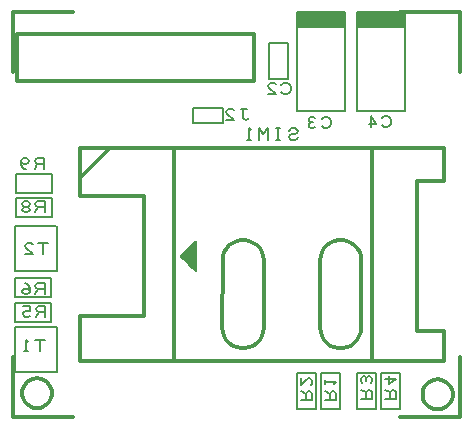
<source format=gbr>
%FSLAX23Y23*%
%MOIN*%
G04 EasyPC Gerber Version 13.0.2 Build 2807 *
%ADD75C,0.00500*%
%ADD74C,0.01200*%
X0Y0D02*
D02*
D74*
X17255Y17540D02*
Y17340D01*
X17455*
X17269Y18617D02*
X18057D01*
Y18459*
X17269*
Y18617*
X17335Y17470D02*
X17323Y17468D01*
X17312Y17464*
X17302Y17457*
X17294Y17448*
X17288Y17437*
X17285Y17426*
Y17414*
X17288Y17402*
X17294Y17391*
X17302Y17382*
X17312Y17375*
X17323Y17371*
X17335Y17370*
X17347Y17371*
X17358Y17375*
X17368Y17382*
X17376Y17391*
X17382Y17402*
X17385Y17414*
Y17426*
X17382Y17437*
X17376Y17448*
X17368Y17457*
X17358Y17464*
X17347Y17468*
X17335Y17470*
X17455Y18690D02*
X17255D01*
Y18490*
X17578Y18237D02*
X17477Y18137D01*
X17790Y17525D02*
Y18237D01*
X18090Y17637D02*
X18089Y17623D01*
X18084Y17609*
X18077Y17597*
X18067Y17586*
X18056Y17578*
X18043Y17572*
X18029Y17569*
X18014Y17569*
X18000Y17572*
X17987Y17578*
X17976Y17586*
X17966Y17597*
X17959Y17609*
X17955Y17623*
X17953Y17637*
X17954Y17862*
X17955Y17876*
X17959Y17890*
X17967Y17902*
X17976Y17913*
X17988Y17921*
X18001Y17927*
X18015Y17930*
X18029Y17930*
X18043Y17927*
X18056Y17921*
X18068Y17913*
X18077Y17902*
X18085Y17890*
X18089Y17876*
X18091Y17862*
X18090Y17637*
X18415D02*
X18414Y17623D01*
X18409Y17609*
X18402Y17597*
X18392Y17586*
X18381Y17578*
X18368Y17572*
X18354Y17569*
X18339Y17569*
X18325Y17572*
X18312Y17578*
X18301Y17586*
X18291Y17597*
X18284Y17609*
X18280Y17623*
X18278Y17637*
X18279Y17862*
X18280Y17876*
X18284Y17890*
X18292Y17902*
X18301Y17913*
X18313Y17921*
X18326Y17927*
X18340Y17930*
X18354Y17930*
X18368Y17927*
X18381Y17921*
X18393Y17913*
X18402Y17902*
X18410Y17890*
X18414Y17876*
X18416Y17862*
X18415Y17637*
X18453Y17525D02*
Y18237D01*
X18545Y17340D02*
X18745D01*
Y17540*
X18670Y17465D02*
X18658Y17463D01*
X18647Y17459*
X18637Y17452*
X18629Y17443*
X18623Y17432*
X18620Y17421*
Y17409*
X18623Y17397*
X18629Y17386*
X18637Y17377*
X18647Y17370*
X18658Y17366*
X18670Y17365*
X18682Y17366*
X18693Y17370*
X18703Y17377*
X18711Y17386*
X18717Y17397*
X18720Y17409*
Y17421*
X18717Y17432*
X18711Y17443*
X18703Y17452*
X18693Y17459*
X18682Y17463*
X18670Y17465*
X18690Y17525D02*
Y17625D01*
X18602*
Y18125*
X18690*
Y18237*
X17477*
Y18075*
X17690*
Y17675*
X17477*
Y17525*
X18690*
X18746Y18489D02*
Y18689D01*
X18546*
D02*
D75*
X17260Y17490D02*
Y17640D01*
X17400*
Y17490*
X17261*
X17263Y17802D02*
X17382D01*
Y17739*
X17263*
Y17802*
X17358Y18165D02*
Y18203D01*
X17336*
X17330Y18199*
X17327Y18193*
X17330Y18187*
X17336Y18184*
X17358*
X17336D02*
X17327Y18165D01*
X17299D02*
X17292Y18168D01*
X17286Y18174*
X17283Y18184*
Y18193*
X17286Y18199*
X17292Y18203*
X17299*
X17305Y18199*
X17308Y18193*
X17305Y18187*
X17299Y18184*
X17292*
X17286Y18187*
X17283Y18193*
X17344Y17559D02*
Y17597D01*
X17360D02*
X17329D01*
X17304Y17559D02*
X17291D01*
X17298D02*
Y17597D01*
X17304Y17590*
X17360Y17749D02*
Y17787D01*
X17338*
X17332Y17783*
X17329Y17777*
X17332Y17771*
X17338Y17768*
X17360*
X17338D02*
X17329Y17749D01*
X17310Y17758D02*
X17307Y17765D01*
X17301Y17768*
X17294*
X17288Y17765*
X17285Y17758*
X17288Y17752*
X17294Y17749*
X17301*
X17307Y17752*
X17310Y17758*
Y17768*
X17307Y17777*
X17301Y17783*
X17294Y17787*
X17360Y18022D02*
Y18059D01*
X17339*
X17332Y18056*
X17329Y18050*
X17332Y18043*
X17339Y18040*
X17360*
X17339D02*
X17329Y18022D01*
X17301Y18040D02*
X17295D01*
X17289Y18043*
X17285Y18050*
X17289Y18056*
X17295Y18059*
X17301*
X17307Y18056*
X17310Y18050*
X17307Y18043*
X17301Y18040*
X17307Y18037*
X17310Y18031*
X17307Y18025*
X17301Y18022*
X17295*
X17289Y18025*
X17285Y18031*
X17289Y18037*
X17295Y18040*
X17362Y17672D02*
Y17710D01*
X17340*
X17334Y17707*
X17331Y17701*
X17334Y17694*
X17340Y17691*
X17362*
X17340D02*
X17331Y17672D01*
X17312Y17676D02*
X17306Y17672D01*
X17296*
X17290Y17676*
X17287Y17682*
Y17685*
X17290Y17691*
X17296Y17694*
X17312*
Y17710*
X17287*
X17354Y17882D02*
Y17919D01*
X17370D02*
X17338D01*
X17295Y17882D02*
X17320D01*
X17298Y17904*
X17295Y17910*
X17298Y17916*
X17304Y17919*
X17313*
X17320Y17916*
X17382Y17658D02*
X17263D01*
Y17720*
X17382*
Y17658*
X17385Y18007D02*
X17266D01*
Y18069*
X17385*
Y18007*
Y18087D02*
X17266D01*
Y18149*
X17385*
Y18087*
X17400Y17975D02*
Y17825D01*
X17260*
Y17975*
X17399*
X17855Y18320D02*
X17955D01*
Y18370*
X17855*
Y18320*
X17865Y17925D02*
Y17825D01*
X17815Y17875*
X17865Y17925*
X17864Y17826D02*
X17865D01*
X17861Y17829D02*
X17865D01*
X17858Y17832D02*
X17865D01*
X17855Y17835D02*
X17865D01*
X17852Y17838D02*
X17865D01*
X17849Y17841D02*
X17865D01*
X17846Y17844D02*
X17865D01*
X17843Y17847D02*
X17865D01*
X17840Y17850D02*
X17865D01*
X17837Y17853D02*
X17865D01*
X17834Y17856D02*
X17865D01*
X17831Y17859D02*
X17865D01*
X17828Y17862D02*
X17865D01*
X17825Y17865D02*
X17865D01*
X17822Y17868D02*
X17865D01*
X17819Y17871D02*
X17865D01*
X17816Y17874D02*
X17865D01*
X17817Y17877D02*
X17865D01*
X17820Y17880D02*
X17865D01*
X17823Y17883D02*
X17865D01*
X17826Y17886D02*
X17865D01*
X17829Y17889D02*
X17865D01*
X17832Y17892D02*
X17865D01*
X17835Y17895D02*
X17865D01*
X17838Y17898D02*
X17865D01*
X17841Y17901D02*
X17865D01*
X17844Y17904D02*
X17865D01*
X17847Y17907D02*
X17865D01*
X17850Y17910D02*
X17865D01*
X17853Y17913D02*
X17865D01*
X17856Y17916D02*
X17865D01*
X17859Y17919D02*
X17865D01*
X17862Y17922D02*
X17865D01*
X18040Y18335D02*
X18037Y18332D01*
X18031Y18329*
X18024Y18332*
X18021Y18335*
Y18367*
X18015*
X18021D02*
X18034D01*
X17965Y18329D02*
X17990D01*
X17968Y18351*
X17965Y18357*
X17968Y18363*
X17974Y18367*
X17984*
X17990Y18363*
X18172Y18587D02*
Y18468D01*
X18109*
Y18587*
X18172*
X18149Y18422D02*
X18152Y18419D01*
X18158Y18416*
X18168*
X18174Y18419*
X18177Y18422*
X18180Y18429*
Y18441*
X18177Y18447*
X18174Y18451*
X18168Y18454*
X18158*
X18152Y18451*
X18149Y18447*
X18105Y18416D02*
X18130D01*
X18108Y18438*
X18105Y18444*
X18108Y18451*
X18115Y18454*
X18124*
X18130Y18451*
X18203Y17368D02*
Y17487D01*
X18266*
Y17368*
X18203*
X18214Y17395D02*
X18252D01*
Y17417*
X18249Y17423*
X18243Y17426*
X18236Y17423*
X18233Y17417*
Y17395*
Y17417D02*
X18214Y17426D01*
Y17470D02*
Y17445D01*
X18236Y17467*
X18243Y17470*
X18249Y17467*
X18252Y17460*
Y17451*
X18249Y17445*
X18205Y18273D02*
X18202Y18267D01*
X18196Y18264*
X18183*
X18177Y18267*
X18174Y18273*
X18177Y18280*
X18183Y18283*
X18196*
X18202Y18286*
X18205Y18292*
X18202Y18298*
X18196Y18302*
X18183*
X18177Y18298*
X18174Y18292*
X18146Y18264D02*
X18133D01*
X18139D02*
Y18302D01*
X18146D02*
X18133D01*
X18105Y18264D02*
Y18302D01*
X18089Y18283*
X18074Y18302*
Y18264*
X18049D02*
X18036D01*
X18043D02*
Y18302D01*
X18049Y18295*
X18283Y17368D02*
Y17487D01*
X18346*
Y17368*
X18283*
X18294Y17395D02*
X18332D01*
Y17417*
X18329Y17423*
X18323Y17426*
X18316Y17423*
X18313Y17417*
Y17395*
Y17417D02*
X18294Y17426D01*
Y17451D02*
Y17463D01*
Y17457D02*
X18332D01*
X18326Y17451*
X18284Y18334D02*
X18287Y18337D01*
X18293Y18340*
X18302*
X18309Y18337*
X18312Y18334*
X18315Y18328*
Y18315*
X18312Y18309*
X18309Y18306*
X18302Y18303*
X18293*
X18287Y18306*
X18284Y18309*
X18262Y18337D02*
X18256Y18340D01*
X18249*
X18243Y18337*
X18240Y18331*
X18243Y18325*
X18249Y18322*
X18256*
X18249D02*
X18243Y18318D01*
X18240Y18312*
X18243Y18306*
X18249Y18303*
X18256*
X18262Y18306*
X18360Y18690D02*
Y18640D01*
X18200*
Y18690*
X18360*
X18200Y18642D02*
X18360D01*
X18200Y18645D02*
X18360D01*
X18200Y18648D02*
X18360D01*
X18200Y18651D02*
X18360D01*
X18200Y18654D02*
X18360D01*
X18200Y18657D02*
X18360D01*
X18200Y18660D02*
X18360D01*
X18200Y18663D02*
X18360D01*
X18200Y18666D02*
X18360D01*
X18200Y18669D02*
X18360D01*
X18200Y18672D02*
X18360D01*
X18200Y18675D02*
X18360D01*
X18200Y18678D02*
X18360D01*
X18200Y18681D02*
X18360D01*
X18200Y18684D02*
X18360D01*
X18200Y18687D02*
X18360D01*
Y18690D02*
Y18360D01*
X18200*
Y18690*
X18360*
X18403Y17368D02*
Y17487D01*
X18466*
Y17368*
X18403*
X18414Y17400D02*
X18452D01*
Y17422*
X18449Y17428*
X18442Y17431*
X18436Y17428*
X18433Y17422*
Y17400*
Y17422D02*
X18414Y17431D01*
X18418Y17453D02*
X18414Y17459D01*
Y17465*
X18418Y17472*
X18424Y17475*
X18430Y17472*
X18433Y17465*
Y17459*
Y17465D02*
X18436Y17472D01*
X18442Y17475*
X18449Y17472*
X18452Y17465*
Y17459*
X18449Y17453*
X18483Y17368D02*
Y17487D01*
X18546*
Y17368*
X18483*
X18494Y17400D02*
X18532D01*
Y17422*
X18529Y17428*
X18523Y17431*
X18516Y17428*
X18513Y17422*
Y17400*
Y17422D02*
X18494Y17431D01*
Y17465D02*
X18532D01*
X18507Y17450*
Y17475*
X18484Y18312D02*
X18487Y18309D01*
X18493Y18306*
X18502*
X18509Y18309*
X18512Y18312*
X18515Y18318*
Y18331*
X18512Y18337*
X18509Y18340*
X18502Y18343*
X18493*
X18487Y18340*
X18484Y18337*
X18449Y18306D02*
Y18343D01*
X18465Y18318*
X18440*
X18560Y18690D02*
Y18640D01*
X18400*
Y18690*
X18560*
X18400Y18642D02*
X18560D01*
X18400Y18645D02*
X18560D01*
X18400Y18648D02*
X18560D01*
X18400Y18651D02*
X18560D01*
X18400Y18654D02*
X18560D01*
X18400Y18657D02*
X18560D01*
X18400Y18660D02*
X18560D01*
X18400Y18663D02*
X18560D01*
X18400Y18666D02*
X18560D01*
X18400Y18669D02*
X18560D01*
X18400Y18672D02*
X18560D01*
X18400Y18675D02*
X18560D01*
X18400Y18678D02*
X18560D01*
X18400Y18681D02*
X18560D01*
X18400Y18684D02*
X18560D01*
X18400Y18687D02*
X18560D01*
Y18690D02*
Y18360D01*
X18400*
Y18690*
X18560*
X0Y0D02*
M02*

</source>
